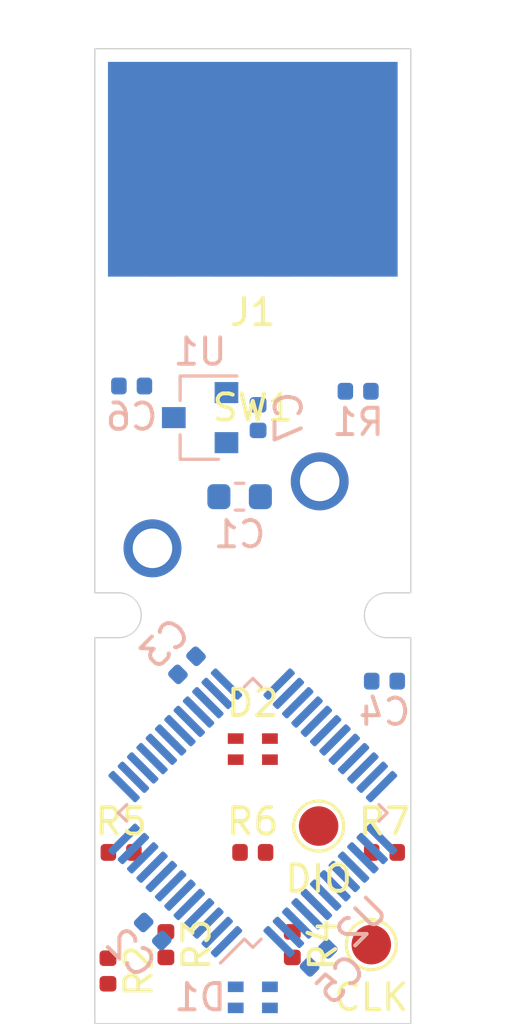
<source format=kicad_pcb>
(kicad_pcb (version 20171130) (host pcbnew 5.1.6)

  (general
    (thickness 1.6)
    (drawings 14)
    (tracks 0)
    (zones 0)
    (modules 22)
    (nets 48)
  )

  (page A4)
  (layers
    (0 F.Cu signal)
    (31 B.Cu signal)
    (32 B.Adhes user)
    (33 F.Adhes user)
    (34 B.Paste user)
    (35 F.Paste user)
    (36 B.SilkS user)
    (37 F.SilkS user)
    (38 B.Mask user)
    (39 F.Mask user)
    (40 Dwgs.User user)
    (41 Cmts.User user)
    (42 Eco1.User user)
    (43 Eco2.User user)
    (44 Edge.Cuts user)
    (45 Margin user)
    (46 B.CrtYd user)
    (47 F.CrtYd user)
    (48 B.Fab user)
    (49 F.Fab user)
  )

  (setup
    (last_trace_width 0.2)
    (trace_clearance 0.2)
    (zone_clearance 0.508)
    (zone_45_only no)
    (trace_min 0.2)
    (via_size 0.6)
    (via_drill 0.3)
    (via_min_size 0.6)
    (via_min_drill 0.3)
    (uvia_size 0.3)
    (uvia_drill 0.1)
    (uvias_allowed no)
    (uvia_min_size 0.2)
    (uvia_min_drill 0.1)
    (edge_width 0.05)
    (segment_width 0.2)
    (pcb_text_width 0.3)
    (pcb_text_size 1.5 1.5)
    (mod_edge_width 0.12)
    (mod_text_size 1 1)
    (mod_text_width 0.15)
    (pad_size 1.524 1.524)
    (pad_drill 0.762)
    (pad_to_mask_clearance 0.05)
    (aux_axis_origin 0 0)
    (visible_elements FFFFF77F)
    (pcbplotparams
      (layerselection 0x010fc_ffffffff)
      (usegerberextensions false)
      (usegerberattributes true)
      (usegerberadvancedattributes true)
      (creategerberjobfile true)
      (excludeedgelayer true)
      (linewidth 0.100000)
      (plotframeref false)
      (viasonmask false)
      (mode 1)
      (useauxorigin false)
      (hpglpennumber 1)
      (hpglpenspeed 20)
      (hpglpendiameter 15.000000)
      (psnegative false)
      (psa4output false)
      (plotreference true)
      (plotvalue true)
      (plotinvisibletext false)
      (padsonsilk false)
      (subtractmaskfromsilk false)
      (outputformat 1)
      (mirror false)
      (drillshape 1)
      (scaleselection 1)
      (outputdirectory ""))
  )

  (net 0 "")
  (net 1 GND)
  (net 2 +3V3)
  (net 3 VBUS)
  (net 4 "Net-(D1-Pad4)")
  (net 5 "Net-(D1-Pad3)")
  (net 6 "Net-(D1-Pad1)")
  (net 7 "Net-(D2-Pad4)")
  (net 8 "Net-(D2-Pad3)")
  (net 9 "Net-(D2-Pad1)")
  (net 10 /D+)
  (net 11 /D-)
  (net 12 /BTN1)
  (net 13 /LED1_R)
  (net 14 /LED1_G)
  (net 15 /LED1_B)
  (net 16 /LED2_R)
  (net 17 /LED2_G)
  (net 18 /LED2_B)
  (net 19 /SWDIO)
  (net 20 /SWCLK)
  (net 21 "Net-(U2-Pad46)")
  (net 22 "Net-(U2-Pad45)")
  (net 23 "Net-(U2-Pad43)")
  (net 24 "Net-(U2-Pad42)")
  (net 25 "Net-(U2-Pad40)")
  (net 26 "Net-(U2-Pad39)")
  (net 27 "Net-(U2-Pad38)")
  (net 28 "Net-(U2-Pad31)")
  (net 29 "Net-(U2-Pad30)")
  (net 30 "Net-(U2-Pad29)")
  (net 31 "Net-(U2-Pad28)")
  (net 32 "Net-(U2-Pad27)")
  (net 33 "Net-(U2-Pad26)")
  (net 34 "Net-(U2-Pad25)")
  (net 35 "Net-(U2-Pad22)")
  (net 36 "Net-(U2-Pad21)")
  (net 37 "Net-(U2-Pad20)")
  (net 38 "Net-(U2-Pad17)")
  (net 39 "Net-(U2-Pad16)")
  (net 40 "Net-(U2-Pad15)")
  (net 41 "Net-(U2-Pad14)")
  (net 42 "Net-(U2-Pad7)")
  (net 43 "Net-(U2-Pad6)")
  (net 44 "Net-(U2-Pad5)")
  (net 45 "Net-(U2-Pad4)")
  (net 46 "Net-(U2-Pad3)")
  (net 47 "Net-(U2-Pad2)")

  (net_class Default "This is the default net class."
    (clearance 0.2)
    (trace_width 0.2)
    (via_dia 0.6)
    (via_drill 0.3)
    (uvia_dia 0.3)
    (uvia_drill 0.1)
    (add_net +3V3)
    (add_net /BTN1)
    (add_net /D+)
    (add_net /D-)
    (add_net /LED1_B)
    (add_net /LED1_G)
    (add_net /LED1_R)
    (add_net /LED2_B)
    (add_net /LED2_G)
    (add_net /LED2_R)
    (add_net /SWCLK)
    (add_net /SWDIO)
    (add_net GND)
    (add_net "Net-(D1-Pad1)")
    (add_net "Net-(D1-Pad3)")
    (add_net "Net-(D1-Pad4)")
    (add_net "Net-(D2-Pad1)")
    (add_net "Net-(D2-Pad3)")
    (add_net "Net-(D2-Pad4)")
    (add_net "Net-(U2-Pad14)")
    (add_net "Net-(U2-Pad15)")
    (add_net "Net-(U2-Pad16)")
    (add_net "Net-(U2-Pad17)")
    (add_net "Net-(U2-Pad2)")
    (add_net "Net-(U2-Pad20)")
    (add_net "Net-(U2-Pad21)")
    (add_net "Net-(U2-Pad22)")
    (add_net "Net-(U2-Pad25)")
    (add_net "Net-(U2-Pad26)")
    (add_net "Net-(U2-Pad27)")
    (add_net "Net-(U2-Pad28)")
    (add_net "Net-(U2-Pad29)")
    (add_net "Net-(U2-Pad3)")
    (add_net "Net-(U2-Pad30)")
    (add_net "Net-(U2-Pad31)")
    (add_net "Net-(U2-Pad38)")
    (add_net "Net-(U2-Pad39)")
    (add_net "Net-(U2-Pad4)")
    (add_net "Net-(U2-Pad40)")
    (add_net "Net-(U2-Pad42)")
    (add_net "Net-(U2-Pad43)")
    (add_net "Net-(U2-Pad45)")
    (add_net "Net-(U2-Pad46)")
    (add_net "Net-(U2-Pad5)")
    (add_net "Net-(U2-Pad6)")
    (add_net "Net-(U2-Pad7)")
    (add_net VBUS)
  )

  (module TestPoint:TestPoint_Pad_D1.5mm (layer F.Cu) (tedit 5A0F774F) (tstamp 5F92A952)
    (at 154.5 84 180)
    (descr "SMD pad as test Point, diameter 1.5mm")
    (tags "test point SMD pad")
    (path /5FCB2854)
    (attr virtual)
    (fp_text reference TP2 (at 0 -1.648) (layer F.SilkS) hide
      (effects (font (size 1 1) (thickness 0.15)))
    )
    (fp_text value SWCLK (at 0 1.75) (layer F.Fab)
      (effects (font (size 1 1) (thickness 0.15)))
    )
    (fp_text user %R (at 0 -1.65) (layer F.Fab)
      (effects (font (size 1 1) (thickness 0.15)))
    )
    (fp_circle (center 0 0) (end 1.25 0) (layer F.CrtYd) (width 0.05))
    (fp_circle (center 0 0) (end 0 0.95) (layer F.SilkS) (width 0.12))
    (pad 1 smd circle (at 0 0 180) (size 1.5 1.5) (layers F.Cu F.Mask)
      (net 20 /SWCLK))
  )

  (module TestPoint:TestPoint_Pad_D1.5mm (layer F.Cu) (tedit 5A0F774F) (tstamp 5F92A94A)
    (at 152.5 79.5 180)
    (descr "SMD pad as test Point, diameter 1.5mm")
    (tags "test point SMD pad")
    (path /5FCAA338)
    (attr virtual)
    (fp_text reference TP1 (at 0 -1.648) (layer F.SilkS) hide
      (effects (font (size 1 1) (thickness 0.15)))
    )
    (fp_text value SWDIO (at 0 1.75) (layer F.Fab)
      (effects (font (size 1 1) (thickness 0.15)))
    )
    (fp_text user %R (at 0 -1.65) (layer F.Fab)
      (effects (font (size 1 1) (thickness 0.15)))
    )
    (fp_circle (center 0 0) (end 1.25 0) (layer F.CrtYd) (width 0.05))
    (fp_circle (center 0 0) (end 0 0.95) (layer F.SilkS) (width 0.12))
    (pad 1 smd circle (at 0 0 180) (size 1.5 1.5) (layers F.Cu F.Mask)
      (net 19 /SWDIO))
  )

  (module Capacitor_SMD:C_0402_1005Metric (layer B.Cu) (tedit 5F947204) (tstamp 5F948C07)
    (at 155 74 180)
    (descr "Capacitor SMD 0402 (1005 Metric), square (rectangular) end terminal, IPC_7351 nominal, (Body size source: http://www.tortai-tech.com/upload/download/2011102023233369053.pdf), generated with kicad-footprint-generator")
    (tags capacitor)
    (path /5F892CC5)
    (attr smd)
    (fp_text reference C4 (at 0 -1.17 180) (layer B.SilkS)
      (effects (font (size 1 1) (thickness 0.15)) (justify mirror))
    )
    (fp_text value 100n (at 0 1.17 180) (layer B.Fab)
      (effects (font (size 1 1) (thickness 0.15)) (justify mirror))
    )
    (fp_line (start 0.93 -0.47) (end -0.93 -0.47) (layer B.CrtYd) (width 0.05))
    (fp_line (start 0.93 0.47) (end 0.93 -0.47) (layer B.CrtYd) (width 0.05))
    (fp_line (start -0.93 0.47) (end 0.93 0.47) (layer B.CrtYd) (width 0.05))
    (fp_line (start -0.93 -0.47) (end -0.93 0.47) (layer B.CrtYd) (width 0.05))
    (fp_line (start 0.5 -0.25) (end -0.5 -0.25) (layer B.Fab) (width 0.1))
    (fp_line (start 0.5 0.25) (end 0.5 -0.25) (layer B.Fab) (width 0.1))
    (fp_line (start -0.5 0.25) (end 0.5 0.25) (layer B.Fab) (width 0.1))
    (fp_line (start -0.5 -0.25) (end -0.5 0.25) (layer B.Fab) (width 0.1))
    (fp_text user %R (at 0 0 180) (layer B.Fab)
      (effects (font (size 0.25 0.25) (thickness 0.04)) (justify mirror))
    )
    (pad 2 smd roundrect (at 0.485 0 180) (size 0.59 0.64) (layers B.Cu B.Paste B.Mask) (roundrect_rratio 0.25)
      (net 1 GND))
    (pad 1 smd roundrect (at -0.485 0 180) (size 0.59 0.64) (layers B.Cu B.Paste B.Mask) (roundrect_rratio 0.25)
      (net 2 +3V3))
    (model ${KISYS3DMOD}/Capacitor_SMD.3dshapes/C_0402_1005Metric.wrl
      (at (xyz 0 0 0))
      (scale (xyz 1 1 1))
      (rotate (xyz 0 0 0))
    )
  )

  (module Button_Switch_Keyboard:SW_Cherry_MX_1.00u_PCB (layer F.Cu) (tedit 5F944CC9) (tstamp 5F92DCF2)
    (at 152.54 66.42)
    (descr "Cherry MX keyswitch, 1.00u, PCB mount, http://cherryamericas.com/wp-content/uploads/2014/12/mx_cat.pdf")
    (tags "Cherry MX keyswitch 1.00u PCB")
    (path /5F925207)
    (fp_text reference SW1 (at -2.54 -2.794) (layer F.SilkS)
      (effects (font (size 1 1) (thickness 0.15)))
    )
    (fp_text value MXxx-xxxx (at -2.54 12.954) (layer F.Fab)
      (effects (font (size 1 1) (thickness 0.15)))
    )
    (fp_line (start -8.89 -1.27) (end 3.81 -1.27) (layer F.Fab) (width 0.1))
    (fp_line (start 3.81 -1.27) (end 3.81 11.43) (layer F.Fab) (width 0.1))
    (fp_line (start 3.81 11.43) (end -8.89 11.43) (layer F.Fab) (width 0.1))
    (fp_line (start -8.89 11.43) (end -8.89 -1.27) (layer F.Fab) (width 0.1))
    (fp_line (start -9.14 11.68) (end -9.14 -1.52) (layer F.CrtYd) (width 0.05))
    (fp_line (start 4.06 11.68) (end -9.14 11.68) (layer F.CrtYd) (width 0.05))
    (fp_line (start 4.06 -1.52) (end 4.06 11.68) (layer F.CrtYd) (width 0.05))
    (fp_line (start -9.14 -1.52) (end 4.06 -1.52) (layer F.CrtYd) (width 0.05))
    (fp_line (start -12.065 -4.445) (end 6.985 -4.445) (layer Dwgs.User) (width 0.15))
    (fp_line (start 6.985 -4.445) (end 6.985 14.605) (layer Dwgs.User) (width 0.15))
    (fp_line (start 6.985 14.605) (end -12.065 14.605) (layer Dwgs.User) (width 0.15))
    (fp_line (start -12.065 14.605) (end -12.065 -4.445) (layer Dwgs.User) (width 0.15))
    (fp_text user %R (at -2.54 -2.794) (layer F.Fab)
      (effects (font (size 1 1) (thickness 0.15)))
    )
    (pad "" np_thru_hole circle (at -2.54 5.08) (size 4 4) (drill 4) (layers *.Cu *.Mask))
    (pad 2 thru_hole circle (at -6.35 2.54) (size 2.2 2.2) (drill 1.5) (layers *.Cu *.Mask)
      (net 2 +3V3))
    (pad 1 thru_hole circle (at 0 0) (size 2.2 2.2) (drill 1.5) (layers *.Cu *.Mask)
      (net 12 /BTN1))
    (model ${KISYS3DMOD}/Button_Switch_Keyboard.3dshapes/SW_Cherry_MX_1.00u_PCB.wrl
      (at (xyz 0 0 0))
      (scale (xyz 1 1 1))
      (rotate (xyz 0 0 0))
    )
  )

  (module Capacitor_SMD:C_0402_1005Metric (layer B.Cu) (tedit 5B301BBE) (tstamp 5F92C15E)
    (at 145.4 62.8)
    (descr "Capacitor SMD 0402 (1005 Metric), square (rectangular) end terminal, IPC_7351 nominal, (Body size source: http://www.tortai-tech.com/upload/download/2011102023233369053.pdf), generated with kicad-footprint-generator")
    (tags capacitor)
    (path /5F93753A)
    (attr smd)
    (fp_text reference C6 (at 0 1.17) (layer B.SilkS)
      (effects (font (size 1 1) (thickness 0.15)) (justify mirror))
    )
    (fp_text value 1u (at 0 -1.17) (layer B.Fab)
      (effects (font (size 1 1) (thickness 0.15)) (justify mirror))
    )
    (fp_line (start 0.93 -0.47) (end -0.93 -0.47) (layer B.CrtYd) (width 0.05))
    (fp_line (start 0.93 0.47) (end 0.93 -0.47) (layer B.CrtYd) (width 0.05))
    (fp_line (start -0.93 0.47) (end 0.93 0.47) (layer B.CrtYd) (width 0.05))
    (fp_line (start -0.93 -0.47) (end -0.93 0.47) (layer B.CrtYd) (width 0.05))
    (fp_line (start 0.5 -0.25) (end -0.5 -0.25) (layer B.Fab) (width 0.1))
    (fp_line (start 0.5 0.25) (end 0.5 -0.25) (layer B.Fab) (width 0.1))
    (fp_line (start -0.5 0.25) (end 0.5 0.25) (layer B.Fab) (width 0.1))
    (fp_line (start -0.5 -0.25) (end -0.5 0.25) (layer B.Fab) (width 0.1))
    (fp_text user %R (at 0 0) (layer B.Fab)
      (effects (font (size 0.25 0.25) (thickness 0.04)) (justify mirror))
    )
    (pad 2 smd roundrect (at 0.485 0) (size 0.59 0.64) (layers B.Cu B.Paste B.Mask) (roundrect_rratio 0.25)
      (net 1 GND))
    (pad 1 smd roundrect (at -0.485 0) (size 0.59 0.64) (layers B.Cu B.Paste B.Mask) (roundrect_rratio 0.25)
      (net 3 VBUS))
    (model ${KISYS3DMOD}/Capacitor_SMD.3dshapes/C_0402_1005Metric.wrl
      (at (xyz 0 0 0))
      (scale (xyz 1 1 1))
      (rotate (xyz 0 0 0))
    )
  )

  (module Package_QFP:LQFP-48_7x7mm_P0.5mm (layer B.Cu) (tedit 5D9F72AF) (tstamp 5F92E9DF)
    (at 150 79 45)
    (descr "LQFP, 48 Pin (https://www.analog.com/media/en/technical-documentation/data-sheets/ltc2358-16.pdf), generated with kicad-footprint-generator ipc_gullwing_generator.py")
    (tags "LQFP QFP")
    (path /5F878F8D)
    (attr smd)
    (fp_text reference U2 (at 0 5.85 45) (layer B.SilkS)
      (effects (font (size 1 1) (thickness 0.15)) (justify mirror))
    )
    (fp_text value STM32F072CBT6 (at 0 -5.85 45) (layer B.Fab)
      (effects (font (size 1 1) (thickness 0.15)) (justify mirror))
    )
    (fp_line (start 5.15 -3.15) (end 5.15 0) (layer B.CrtYd) (width 0.05))
    (fp_line (start 3.75 -3.15) (end 5.15 -3.15) (layer B.CrtYd) (width 0.05))
    (fp_line (start 3.75 -3.75) (end 3.75 -3.15) (layer B.CrtYd) (width 0.05))
    (fp_line (start 3.15 -3.75) (end 3.75 -3.75) (layer B.CrtYd) (width 0.05))
    (fp_line (start 3.15 -5.15) (end 3.15 -3.75) (layer B.CrtYd) (width 0.05))
    (fp_line (start 0 -5.15) (end 3.15 -5.15) (layer B.CrtYd) (width 0.05))
    (fp_line (start -5.15 -3.15) (end -5.15 0) (layer B.CrtYd) (width 0.05))
    (fp_line (start -3.75 -3.15) (end -5.15 -3.15) (layer B.CrtYd) (width 0.05))
    (fp_line (start -3.75 -3.75) (end -3.75 -3.15) (layer B.CrtYd) (width 0.05))
    (fp_line (start -3.15 -3.75) (end -3.75 -3.75) (layer B.CrtYd) (width 0.05))
    (fp_line (start -3.15 -5.15) (end -3.15 -3.75) (layer B.CrtYd) (width 0.05))
    (fp_line (start 0 -5.15) (end -3.15 -5.15) (layer B.CrtYd) (width 0.05))
    (fp_line (start 5.15 3.15) (end 5.15 0) (layer B.CrtYd) (width 0.05))
    (fp_line (start 3.75 3.15) (end 5.15 3.15) (layer B.CrtYd) (width 0.05))
    (fp_line (start 3.75 3.75) (end 3.75 3.15) (layer B.CrtYd) (width 0.05))
    (fp_line (start 3.15 3.75) (end 3.75 3.75) (layer B.CrtYd) (width 0.05))
    (fp_line (start 3.15 5.15) (end 3.15 3.75) (layer B.CrtYd) (width 0.05))
    (fp_line (start 0 5.15) (end 3.15 5.15) (layer B.CrtYd) (width 0.05))
    (fp_line (start -5.15 3.15) (end -5.15 0) (layer B.CrtYd) (width 0.05))
    (fp_line (start -3.75 3.15) (end -5.15 3.15) (layer B.CrtYd) (width 0.05))
    (fp_line (start -3.75 3.75) (end -3.75 3.15) (layer B.CrtYd) (width 0.05))
    (fp_line (start -3.15 3.75) (end -3.75 3.75) (layer B.CrtYd) (width 0.05))
    (fp_line (start -3.15 5.15) (end -3.15 3.75) (layer B.CrtYd) (width 0.05))
    (fp_line (start 0 5.15) (end -3.15 5.15) (layer B.CrtYd) (width 0.05))
    (fp_line (start -3.5 2.5) (end -2.5 3.5) (layer B.Fab) (width 0.1))
    (fp_line (start -3.5 -3.5) (end -3.5 2.5) (layer B.Fab) (width 0.1))
    (fp_line (start 3.5 -3.5) (end -3.5 -3.5) (layer B.Fab) (width 0.1))
    (fp_line (start 3.5 3.5) (end 3.5 -3.5) (layer B.Fab) (width 0.1))
    (fp_line (start -2.5 3.5) (end 3.5 3.5) (layer B.Fab) (width 0.1))
    (fp_line (start -3.61 3.16) (end -4.9 3.16) (layer B.SilkS) (width 0.12))
    (fp_line (start -3.61 3.61) (end -3.61 3.16) (layer B.SilkS) (width 0.12))
    (fp_line (start -3.16 3.61) (end -3.61 3.61) (layer B.SilkS) (width 0.12))
    (fp_line (start 3.61 3.61) (end 3.61 3.16) (layer B.SilkS) (width 0.12))
    (fp_line (start 3.16 3.61) (end 3.61 3.61) (layer B.SilkS) (width 0.12))
    (fp_line (start -3.61 -3.61) (end -3.61 -3.16) (layer B.SilkS) (width 0.12))
    (fp_line (start -3.16 -3.61) (end -3.61 -3.61) (layer B.SilkS) (width 0.12))
    (fp_line (start 3.61 -3.61) (end 3.61 -3.16) (layer B.SilkS) (width 0.12))
    (fp_line (start 3.16 -3.61) (end 3.61 -3.61) (layer B.SilkS) (width 0.12))
    (fp_text user %R (at 0 0 45) (layer B.Fab)
      (effects (font (size 1 1) (thickness 0.15)) (justify mirror))
    )
    (pad 48 smd roundrect (at -2.75 4.1625 45) (size 0.3 1.475) (layers B.Cu B.Paste B.Mask) (roundrect_rratio 0.25)
      (net 2 +3V3))
    (pad 47 smd roundrect (at -2.25 4.1625 45) (size 0.3 1.475) (layers B.Cu B.Paste B.Mask) (roundrect_rratio 0.25)
      (net 1 GND))
    (pad 46 smd roundrect (at -1.75 4.1625 45) (size 0.3 1.475) (layers B.Cu B.Paste B.Mask) (roundrect_rratio 0.25)
      (net 21 "Net-(U2-Pad46)"))
    (pad 45 smd roundrect (at -1.25 4.1625 45) (size 0.3 1.475) (layers B.Cu B.Paste B.Mask) (roundrect_rratio 0.25)
      (net 22 "Net-(U2-Pad45)"))
    (pad 44 smd roundrect (at -0.75 4.1625 45) (size 0.3 1.475) (layers B.Cu B.Paste B.Mask) (roundrect_rratio 0.25)
      (net 12 /BTN1))
    (pad 43 smd roundrect (at -0.25 4.1625 45) (size 0.3 1.475) (layers B.Cu B.Paste B.Mask) (roundrect_rratio 0.25)
      (net 23 "Net-(U2-Pad43)"))
    (pad 42 smd roundrect (at 0.25 4.1625 45) (size 0.3 1.475) (layers B.Cu B.Paste B.Mask) (roundrect_rratio 0.25)
      (net 24 "Net-(U2-Pad42)"))
    (pad 41 smd roundrect (at 0.75 4.1625 45) (size 0.3 1.475) (layers B.Cu B.Paste B.Mask) (roundrect_rratio 0.25)
      (net 18 /LED2_B))
    (pad 40 smd roundrect (at 1.25 4.1625 45) (size 0.3 1.475) (layers B.Cu B.Paste B.Mask) (roundrect_rratio 0.25)
      (net 25 "Net-(U2-Pad40)"))
    (pad 39 smd roundrect (at 1.75 4.1625 45) (size 0.3 1.475) (layers B.Cu B.Paste B.Mask) (roundrect_rratio 0.25)
      (net 26 "Net-(U2-Pad39)"))
    (pad 38 smd roundrect (at 2.25 4.1625 45) (size 0.3 1.475) (layers B.Cu B.Paste B.Mask) (roundrect_rratio 0.25)
      (net 27 "Net-(U2-Pad38)"))
    (pad 37 smd roundrect (at 2.75 4.1625 45) (size 0.3 1.475) (layers B.Cu B.Paste B.Mask) (roundrect_rratio 0.25)
      (net 20 /SWCLK))
    (pad 36 smd roundrect (at 4.1625 2.75 45) (size 1.475 0.3) (layers B.Cu B.Paste B.Mask) (roundrect_rratio 0.25)
      (net 2 +3V3))
    (pad 35 smd roundrect (at 4.1625 2.25 45) (size 1.475 0.3) (layers B.Cu B.Paste B.Mask) (roundrect_rratio 0.25)
      (net 1 GND))
    (pad 34 smd roundrect (at 4.1625 1.75 45) (size 1.475 0.3) (layers B.Cu B.Paste B.Mask) (roundrect_rratio 0.25)
      (net 19 /SWDIO))
    (pad 33 smd roundrect (at 4.1625 1.25 45) (size 1.475 0.3) (layers B.Cu B.Paste B.Mask) (roundrect_rratio 0.25)
      (net 10 /D+))
    (pad 32 smd roundrect (at 4.1625 0.75 45) (size 1.475 0.3) (layers B.Cu B.Paste B.Mask) (roundrect_rratio 0.25)
      (net 11 /D-))
    (pad 31 smd roundrect (at 4.1625 0.25 45) (size 1.475 0.3) (layers B.Cu B.Paste B.Mask) (roundrect_rratio 0.25)
      (net 28 "Net-(U2-Pad31)"))
    (pad 30 smd roundrect (at 4.1625 -0.25 45) (size 1.475 0.3) (layers B.Cu B.Paste B.Mask) (roundrect_rratio 0.25)
      (net 29 "Net-(U2-Pad30)"))
    (pad 29 smd roundrect (at 4.1625 -0.75 45) (size 1.475 0.3) (layers B.Cu B.Paste B.Mask) (roundrect_rratio 0.25)
      (net 30 "Net-(U2-Pad29)"))
    (pad 28 smd roundrect (at 4.1625 -1.25 45) (size 1.475 0.3) (layers B.Cu B.Paste B.Mask) (roundrect_rratio 0.25)
      (net 31 "Net-(U2-Pad28)"))
    (pad 27 smd roundrect (at 4.1625 -1.75 45) (size 1.475 0.3) (layers B.Cu B.Paste B.Mask) (roundrect_rratio 0.25)
      (net 32 "Net-(U2-Pad27)"))
    (pad 26 smd roundrect (at 4.1625 -2.25 45) (size 1.475 0.3) (layers B.Cu B.Paste B.Mask) (roundrect_rratio 0.25)
      (net 33 "Net-(U2-Pad26)"))
    (pad 25 smd roundrect (at 4.1625 -2.75 45) (size 1.475 0.3) (layers B.Cu B.Paste B.Mask) (roundrect_rratio 0.25)
      (net 34 "Net-(U2-Pad25)"))
    (pad 24 smd roundrect (at 2.75 -4.1625 45) (size 0.3 1.475) (layers B.Cu B.Paste B.Mask) (roundrect_rratio 0.25)
      (net 2 +3V3))
    (pad 23 smd roundrect (at 2.25 -4.1625 45) (size 0.3 1.475) (layers B.Cu B.Paste B.Mask) (roundrect_rratio 0.25)
      (net 1 GND))
    (pad 22 smd roundrect (at 1.75 -4.1625 45) (size 0.3 1.475) (layers B.Cu B.Paste B.Mask) (roundrect_rratio 0.25)
      (net 35 "Net-(U2-Pad22)"))
    (pad 21 smd roundrect (at 1.25 -4.1625 45) (size 0.3 1.475) (layers B.Cu B.Paste B.Mask) (roundrect_rratio 0.25)
      (net 36 "Net-(U2-Pad21)"))
    (pad 20 smd roundrect (at 0.75 -4.1625 45) (size 0.3 1.475) (layers B.Cu B.Paste B.Mask) (roundrect_rratio 0.25)
      (net 37 "Net-(U2-Pad20)"))
    (pad 19 smd roundrect (at 0.25 -4.1625 45) (size 0.3 1.475) (layers B.Cu B.Paste B.Mask) (roundrect_rratio 0.25)
      (net 16 /LED2_R))
    (pad 18 smd roundrect (at -0.25 -4.1625 45) (size 0.3 1.475) (layers B.Cu B.Paste B.Mask) (roundrect_rratio 0.25)
      (net 17 /LED2_G))
    (pad 17 smd roundrect (at -0.75 -4.1625 45) (size 0.3 1.475) (layers B.Cu B.Paste B.Mask) (roundrect_rratio 0.25)
      (net 38 "Net-(U2-Pad17)"))
    (pad 16 smd roundrect (at -1.25 -4.1625 45) (size 0.3 1.475) (layers B.Cu B.Paste B.Mask) (roundrect_rratio 0.25)
      (net 39 "Net-(U2-Pad16)"))
    (pad 15 smd roundrect (at -1.75 -4.1625 45) (size 0.3 1.475) (layers B.Cu B.Paste B.Mask) (roundrect_rratio 0.25)
      (net 40 "Net-(U2-Pad15)"))
    (pad 14 smd roundrect (at -2.25 -4.1625 45) (size 0.3 1.475) (layers B.Cu B.Paste B.Mask) (roundrect_rratio 0.25)
      (net 41 "Net-(U2-Pad14)"))
    (pad 13 smd roundrect (at -2.75 -4.1625 45) (size 0.3 1.475) (layers B.Cu B.Paste B.Mask) (roundrect_rratio 0.25)
      (net 12 /BTN1))
    (pad 12 smd roundrect (at -4.1625 -2.75 45) (size 1.475 0.3) (layers B.Cu B.Paste B.Mask) (roundrect_rratio 0.25)
      (net 13 /LED1_R))
    (pad 11 smd roundrect (at -4.1625 -2.25 45) (size 1.475 0.3) (layers B.Cu B.Paste B.Mask) (roundrect_rratio 0.25)
      (net 14 /LED1_G))
    (pad 10 smd roundrect (at -4.1625 -1.75 45) (size 1.475 0.3) (layers B.Cu B.Paste B.Mask) (roundrect_rratio 0.25)
      (net 15 /LED1_B))
    (pad 9 smd roundrect (at -4.1625 -1.25 45) (size 1.475 0.3) (layers B.Cu B.Paste B.Mask) (roundrect_rratio 0.25)
      (net 2 +3V3))
    (pad 8 smd roundrect (at -4.1625 -0.75 45) (size 1.475 0.3) (layers B.Cu B.Paste B.Mask) (roundrect_rratio 0.25)
      (net 1 GND))
    (pad 7 smd roundrect (at -4.1625 -0.25 45) (size 1.475 0.3) (layers B.Cu B.Paste B.Mask) (roundrect_rratio 0.25)
      (net 42 "Net-(U2-Pad7)"))
    (pad 6 smd roundrect (at -4.1625 0.25 45) (size 1.475 0.3) (layers B.Cu B.Paste B.Mask) (roundrect_rratio 0.25)
      (net 43 "Net-(U2-Pad6)"))
    (pad 5 smd roundrect (at -4.1625 0.75 45) (size 1.475 0.3) (layers B.Cu B.Paste B.Mask) (roundrect_rratio 0.25)
      (net 44 "Net-(U2-Pad5)"))
    (pad 4 smd roundrect (at -4.1625 1.25 45) (size 1.475 0.3) (layers B.Cu B.Paste B.Mask) (roundrect_rratio 0.25)
      (net 45 "Net-(U2-Pad4)"))
    (pad 3 smd roundrect (at -4.1625 1.75 45) (size 1.475 0.3) (layers B.Cu B.Paste B.Mask) (roundrect_rratio 0.25)
      (net 46 "Net-(U2-Pad3)"))
    (pad 2 smd roundrect (at -4.1625 2.25 45) (size 1.475 0.3) (layers B.Cu B.Paste B.Mask) (roundrect_rratio 0.25)
      (net 47 "Net-(U2-Pad2)"))
    (pad 1 smd roundrect (at -4.1625 2.75 45) (size 1.475 0.3) (layers B.Cu B.Paste B.Mask) (roundrect_rratio 0.25)
      (net 2 +3V3))
    (model ${KISYS3DMOD}/Package_QFP.3dshapes/LQFP-48_7x7mm_P0.5mm.wrl
      (at (xyz 0 0 0))
      (scale (xyz 1 1 1))
      (rotate (xyz 0 0 0))
    )
  )

  (module Package_TO_SOT_SMD:SOT-23 (layer B.Cu) (tedit 5A02FF57) (tstamp 5F92B4F1)
    (at 148 64 180)
    (descr "SOT-23, Standard")
    (tags SOT-23)
    (path /5FA01775)
    (attr smd)
    (fp_text reference U1 (at 0 2.5) (layer B.SilkS)
      (effects (font (size 1 1) (thickness 0.15)) (justify mirror))
    )
    (fp_text value XC6206P332MR (at 0 -2.5) (layer B.Fab)
      (effects (font (size 1 1) (thickness 0.15)) (justify mirror))
    )
    (fp_line (start -0.7 0.95) (end -0.7 -1.5) (layer B.Fab) (width 0.1))
    (fp_line (start -0.15 1.52) (end 0.7 1.52) (layer B.Fab) (width 0.1))
    (fp_line (start -0.7 0.95) (end -0.15 1.52) (layer B.Fab) (width 0.1))
    (fp_line (start 0.7 1.52) (end 0.7 -1.52) (layer B.Fab) (width 0.1))
    (fp_line (start -0.7 -1.52) (end 0.7 -1.52) (layer B.Fab) (width 0.1))
    (fp_line (start 0.76 -1.58) (end 0.76 -0.65) (layer B.SilkS) (width 0.12))
    (fp_line (start 0.76 1.58) (end 0.76 0.65) (layer B.SilkS) (width 0.12))
    (fp_line (start -1.7 1.75) (end 1.7 1.75) (layer B.CrtYd) (width 0.05))
    (fp_line (start 1.7 1.75) (end 1.7 -1.75) (layer B.CrtYd) (width 0.05))
    (fp_line (start 1.7 -1.75) (end -1.7 -1.75) (layer B.CrtYd) (width 0.05))
    (fp_line (start -1.7 -1.75) (end -1.7 1.75) (layer B.CrtYd) (width 0.05))
    (fp_line (start 0.76 1.58) (end -1.4 1.58) (layer B.SilkS) (width 0.12))
    (fp_line (start 0.76 -1.58) (end -0.7 -1.58) (layer B.SilkS) (width 0.12))
    (fp_text user %R (at 0 0 -90) (layer B.Fab)
      (effects (font (size 0.5 0.5) (thickness 0.075)) (justify mirror))
    )
    (pad 1 smd rect (at -1 0.95 180) (size 0.9 0.8) (layers B.Cu B.Paste B.Mask)
      (net 1 GND))
    (pad 2 smd rect (at -1 -0.95 180) (size 0.9 0.8) (layers B.Cu B.Paste B.Mask)
      (net 2 +3V3))
    (pad 3 smd rect (at 1 0 180) (size 0.9 0.8) (layers B.Cu B.Paste B.Mask)
      (net 3 VBUS))
    (model ${KISYS3DMOD}/Package_TO_SOT_SMD.3dshapes/SOT-23.wrl
      (at (xyz 0 0 0))
      (scale (xyz 1 1 1))
      (rotate (xyz 0 0 0))
    )
  )

  (module Resistor_SMD:R_0402_1005Metric (layer F.Cu) (tedit 5B301BBD) (tstamp 5F94E3FE)
    (at 155 80.5)
    (descr "Resistor SMD 0402 (1005 Metric), square (rectangular) end terminal, IPC_7351 nominal, (Body size source: http://www.tortai-tech.com/upload/download/2011102023233369053.pdf), generated with kicad-footprint-generator")
    (tags resistor)
    (path /5FDA0D19)
    (attr smd)
    (fp_text reference R7 (at 0 -1.17) (layer F.SilkS)
      (effects (font (size 1 1) (thickness 0.15)))
    )
    (fp_text value 1k (at 0 1.17) (layer F.Fab)
      (effects (font (size 1 1) (thickness 0.15)))
    )
    (fp_line (start 0.93 0.47) (end -0.93 0.47) (layer F.CrtYd) (width 0.05))
    (fp_line (start 0.93 -0.47) (end 0.93 0.47) (layer F.CrtYd) (width 0.05))
    (fp_line (start -0.93 -0.47) (end 0.93 -0.47) (layer F.CrtYd) (width 0.05))
    (fp_line (start -0.93 0.47) (end -0.93 -0.47) (layer F.CrtYd) (width 0.05))
    (fp_line (start 0.5 0.25) (end -0.5 0.25) (layer F.Fab) (width 0.1))
    (fp_line (start 0.5 -0.25) (end 0.5 0.25) (layer F.Fab) (width 0.1))
    (fp_line (start -0.5 -0.25) (end 0.5 -0.25) (layer F.Fab) (width 0.1))
    (fp_line (start -0.5 0.25) (end -0.5 -0.25) (layer F.Fab) (width 0.1))
    (fp_text user %R (at 0 0) (layer F.Fab)
      (effects (font (size 0.25 0.25) (thickness 0.04)))
    )
    (pad 2 smd roundrect (at 0.485 0) (size 0.59 0.64) (layers F.Cu F.Paste F.Mask) (roundrect_rratio 0.25)
      (net 8 "Net-(D2-Pad3)"))
    (pad 1 smd roundrect (at -0.485 0) (size 0.59 0.64) (layers F.Cu F.Paste F.Mask) (roundrect_rratio 0.25)
      (net 18 /LED2_B))
    (model ${KISYS3DMOD}/Resistor_SMD.3dshapes/R_0402_1005Metric.wrl
      (at (xyz 0 0 0))
      (scale (xyz 1 1 1))
      (rotate (xyz 0 0 0))
    )
  )

  (module Resistor_SMD:R_0402_1005Metric (layer F.Cu) (tedit 5B301BBD) (tstamp 5F94DEF7)
    (at 150 80.5)
    (descr "Resistor SMD 0402 (1005 Metric), square (rectangular) end terminal, IPC_7351 nominal, (Body size source: http://www.tortai-tech.com/upload/download/2011102023233369053.pdf), generated with kicad-footprint-generator")
    (tags resistor)
    (path /5FDA00DF)
    (attr smd)
    (fp_text reference R6 (at 0 -1.17) (layer F.SilkS)
      (effects (font (size 1 1) (thickness 0.15)))
    )
    (fp_text value 1k (at 0 1.17) (layer F.Fab)
      (effects (font (size 1 1) (thickness 0.15)))
    )
    (fp_line (start 0.93 0.47) (end -0.93 0.47) (layer F.CrtYd) (width 0.05))
    (fp_line (start 0.93 -0.47) (end 0.93 0.47) (layer F.CrtYd) (width 0.05))
    (fp_line (start -0.93 -0.47) (end 0.93 -0.47) (layer F.CrtYd) (width 0.05))
    (fp_line (start -0.93 0.47) (end -0.93 -0.47) (layer F.CrtYd) (width 0.05))
    (fp_line (start 0.5 0.25) (end -0.5 0.25) (layer F.Fab) (width 0.1))
    (fp_line (start 0.5 -0.25) (end 0.5 0.25) (layer F.Fab) (width 0.1))
    (fp_line (start -0.5 -0.25) (end 0.5 -0.25) (layer F.Fab) (width 0.1))
    (fp_line (start -0.5 0.25) (end -0.5 -0.25) (layer F.Fab) (width 0.1))
    (fp_text user %R (at 0 0) (layer F.Fab)
      (effects (font (size 0.25 0.25) (thickness 0.04)))
    )
    (pad 2 smd roundrect (at 0.485 0) (size 0.59 0.64) (layers F.Cu F.Paste F.Mask) (roundrect_rratio 0.25)
      (net 7 "Net-(D2-Pad4)"))
    (pad 1 smd roundrect (at -0.485 0) (size 0.59 0.64) (layers F.Cu F.Paste F.Mask) (roundrect_rratio 0.25)
      (net 17 /LED2_G))
    (model ${KISYS3DMOD}/Resistor_SMD.3dshapes/R_0402_1005Metric.wrl
      (at (xyz 0 0 0))
      (scale (xyz 1 1 1))
      (rotate (xyz 0 0 0))
    )
  )

  (module Resistor_SMD:R_0402_1005Metric (layer F.Cu) (tedit 5B301BBD) (tstamp 5F94E3A8)
    (at 145 80.5)
    (descr "Resistor SMD 0402 (1005 Metric), square (rectangular) end terminal, IPC_7351 nominal, (Body size source: http://www.tortai-tech.com/upload/download/2011102023233369053.pdf), generated with kicad-footprint-generator")
    (tags resistor)
    (path /5FD9D2CE)
    (attr smd)
    (fp_text reference R5 (at 0 -1.17) (layer F.SilkS)
      (effects (font (size 1 1) (thickness 0.15)))
    )
    (fp_text value 1k (at 0 1.17) (layer F.Fab)
      (effects (font (size 1 1) (thickness 0.15)))
    )
    (fp_line (start -0.5 0.25) (end -0.5 -0.25) (layer F.Fab) (width 0.1))
    (fp_line (start -0.5 -0.25) (end 0.5 -0.25) (layer F.Fab) (width 0.1))
    (fp_line (start 0.5 -0.25) (end 0.5 0.25) (layer F.Fab) (width 0.1))
    (fp_line (start 0.5 0.25) (end -0.5 0.25) (layer F.Fab) (width 0.1))
    (fp_line (start -0.93 0.47) (end -0.93 -0.47) (layer F.CrtYd) (width 0.05))
    (fp_line (start -0.93 -0.47) (end 0.93 -0.47) (layer F.CrtYd) (width 0.05))
    (fp_line (start 0.93 -0.47) (end 0.93 0.47) (layer F.CrtYd) (width 0.05))
    (fp_line (start 0.93 0.47) (end -0.93 0.47) (layer F.CrtYd) (width 0.05))
    (fp_text user %R (at 0 0) (layer F.Fab)
      (effects (font (size 0.25 0.25) (thickness 0.04)))
    )
    (pad 1 smd roundrect (at -0.485 0) (size 0.59 0.64) (layers F.Cu F.Paste F.Mask) (roundrect_rratio 0.25)
      (net 16 /LED2_R))
    (pad 2 smd roundrect (at 0.485 0) (size 0.59 0.64) (layers F.Cu F.Paste F.Mask) (roundrect_rratio 0.25)
      (net 9 "Net-(D2-Pad1)"))
    (model ${KISYS3DMOD}/Resistor_SMD.3dshapes/R_0402_1005Metric.wrl
      (at (xyz 0 0 0))
      (scale (xyz 1 1 1))
      (rotate (xyz 0 0 0))
    )
  )

  (module Resistor_SMD:R_0402_1005Metric (layer F.Cu) (tedit 5B301BBD) (tstamp 5F92A8FB)
    (at 151.5 84 270)
    (descr "Resistor SMD 0402 (1005 Metric), square (rectangular) end terminal, IPC_7351 nominal, (Body size source: http://www.tortai-tech.com/upload/download/2011102023233369053.pdf), generated with kicad-footprint-generator")
    (tags resistor)
    (path /5F9366E4)
    (attr smd)
    (fp_text reference R4 (at 0 -1.17 90) (layer F.SilkS)
      (effects (font (size 1 1) (thickness 0.15)))
    )
    (fp_text value 1k (at 0 1.17 90) (layer F.Fab)
      (effects (font (size 1 1) (thickness 0.15)))
    )
    (fp_line (start 0.93 0.47) (end -0.93 0.47) (layer F.CrtYd) (width 0.05))
    (fp_line (start 0.93 -0.47) (end 0.93 0.47) (layer F.CrtYd) (width 0.05))
    (fp_line (start -0.93 -0.47) (end 0.93 -0.47) (layer F.CrtYd) (width 0.05))
    (fp_line (start -0.93 0.47) (end -0.93 -0.47) (layer F.CrtYd) (width 0.05))
    (fp_line (start 0.5 0.25) (end -0.5 0.25) (layer F.Fab) (width 0.1))
    (fp_line (start 0.5 -0.25) (end 0.5 0.25) (layer F.Fab) (width 0.1))
    (fp_line (start -0.5 -0.25) (end 0.5 -0.25) (layer F.Fab) (width 0.1))
    (fp_line (start -0.5 0.25) (end -0.5 -0.25) (layer F.Fab) (width 0.1))
    (fp_text user %R (at 0 0 90) (layer F.Fab)
      (effects (font (size 0.25 0.25) (thickness 0.04)))
    )
    (pad 2 smd roundrect (at 0.485 0 270) (size 0.59 0.64) (layers F.Cu F.Paste F.Mask) (roundrect_rratio 0.25)
      (net 5 "Net-(D1-Pad3)"))
    (pad 1 smd roundrect (at -0.485 0 270) (size 0.59 0.64) (layers F.Cu F.Paste F.Mask) (roundrect_rratio 0.25)
      (net 15 /LED1_B))
    (model ${KISYS3DMOD}/Resistor_SMD.3dshapes/R_0402_1005Metric.wrl
      (at (xyz 0 0 0))
      (scale (xyz 1 1 1))
      (rotate (xyz 0 0 0))
    )
  )

  (module Resistor_SMD:R_0402_1005Metric (layer F.Cu) (tedit 5B301BBD) (tstamp 5F94C0D4)
    (at 146.7 84 270)
    (descr "Resistor SMD 0402 (1005 Metric), square (rectangular) end terminal, IPC_7351 nominal, (Body size source: http://www.tortai-tech.com/upload/download/2011102023233369053.pdf), generated with kicad-footprint-generator")
    (tags resistor)
    (path /5F935EFD)
    (attr smd)
    (fp_text reference R3 (at 0 -1.17 90) (layer F.SilkS)
      (effects (font (size 1 1) (thickness 0.15)))
    )
    (fp_text value 1k (at 0 1.17 90) (layer F.Fab)
      (effects (font (size 1 1) (thickness 0.15)))
    )
    (fp_line (start 0.93 0.47) (end -0.93 0.47) (layer F.CrtYd) (width 0.05))
    (fp_line (start 0.93 -0.47) (end 0.93 0.47) (layer F.CrtYd) (width 0.05))
    (fp_line (start -0.93 -0.47) (end 0.93 -0.47) (layer F.CrtYd) (width 0.05))
    (fp_line (start -0.93 0.47) (end -0.93 -0.47) (layer F.CrtYd) (width 0.05))
    (fp_line (start 0.5 0.25) (end -0.5 0.25) (layer F.Fab) (width 0.1))
    (fp_line (start 0.5 -0.25) (end 0.5 0.25) (layer F.Fab) (width 0.1))
    (fp_line (start -0.5 -0.25) (end 0.5 -0.25) (layer F.Fab) (width 0.1))
    (fp_line (start -0.5 0.25) (end -0.5 -0.25) (layer F.Fab) (width 0.1))
    (fp_text user %R (at 0 0 90) (layer F.Fab)
      (effects (font (size 0.25 0.25) (thickness 0.04)))
    )
    (pad 2 smd roundrect (at 0.485 0 270) (size 0.59 0.64) (layers F.Cu F.Paste F.Mask) (roundrect_rratio 0.25)
      (net 4 "Net-(D1-Pad4)"))
    (pad 1 smd roundrect (at -0.485 0 270) (size 0.59 0.64) (layers F.Cu F.Paste F.Mask) (roundrect_rratio 0.25)
      (net 14 /LED1_G))
    (model ${KISYS3DMOD}/Resistor_SMD.3dshapes/R_0402_1005Metric.wrl
      (at (xyz 0 0 0))
      (scale (xyz 1 1 1))
      (rotate (xyz 0 0 0))
    )
  )

  (module Resistor_SMD:R_0402_1005Metric (layer F.Cu) (tedit 5B301BBD) (tstamp 5F92A8DD)
    (at 144.5 85 270)
    (descr "Resistor SMD 0402 (1005 Metric), square (rectangular) end terminal, IPC_7351 nominal, (Body size source: http://www.tortai-tech.com/upload/download/2011102023233369053.pdf), generated with kicad-footprint-generator")
    (tags resistor)
    (path /5F9354AF)
    (attr smd)
    (fp_text reference R2 (at 0 -1.17 90) (layer F.SilkS)
      (effects (font (size 1 1) (thickness 0.15)))
    )
    (fp_text value 1k (at 0 1.17 90) (layer F.Fab)
      (effects (font (size 1 1) (thickness 0.15)))
    )
    (fp_line (start 0.93 0.47) (end -0.93 0.47) (layer F.CrtYd) (width 0.05))
    (fp_line (start 0.93 -0.47) (end 0.93 0.47) (layer F.CrtYd) (width 0.05))
    (fp_line (start -0.93 -0.47) (end 0.93 -0.47) (layer F.CrtYd) (width 0.05))
    (fp_line (start -0.93 0.47) (end -0.93 -0.47) (layer F.CrtYd) (width 0.05))
    (fp_line (start 0.5 0.25) (end -0.5 0.25) (layer F.Fab) (width 0.1))
    (fp_line (start 0.5 -0.25) (end 0.5 0.25) (layer F.Fab) (width 0.1))
    (fp_line (start -0.5 -0.25) (end 0.5 -0.25) (layer F.Fab) (width 0.1))
    (fp_line (start -0.5 0.25) (end -0.5 -0.25) (layer F.Fab) (width 0.1))
    (fp_text user %R (at 0 0 90) (layer F.Fab)
      (effects (font (size 0.25 0.25) (thickness 0.04)))
    )
    (pad 2 smd roundrect (at 0.485 0 270) (size 0.59 0.64) (layers F.Cu F.Paste F.Mask) (roundrect_rratio 0.25)
      (net 6 "Net-(D1-Pad1)"))
    (pad 1 smd roundrect (at -0.485 0 270) (size 0.59 0.64) (layers F.Cu F.Paste F.Mask) (roundrect_rratio 0.25)
      (net 13 /LED1_R))
    (model ${KISYS3DMOD}/Resistor_SMD.3dshapes/R_0402_1005Metric.wrl
      (at (xyz 0 0 0))
      (scale (xyz 1 1 1))
      (rotate (xyz 0 0 0))
    )
  )

  (module Resistor_SMD:R_0402_1005Metric (layer B.Cu) (tedit 5B301BBD) (tstamp 5F92A8CE)
    (at 154 63)
    (descr "Resistor SMD 0402 (1005 Metric), square (rectangular) end terminal, IPC_7351 nominal, (Body size source: http://www.tortai-tech.com/upload/download/2011102023233369053.pdf), generated with kicad-footprint-generator")
    (tags resistor)
    (path /5F905B31)
    (attr smd)
    (fp_text reference R1 (at 0 1.17) (layer B.SilkS)
      (effects (font (size 1 1) (thickness 0.15)) (justify mirror))
    )
    (fp_text value 10k (at 0 -1.17) (layer B.Fab)
      (effects (font (size 1 1) (thickness 0.15)) (justify mirror))
    )
    (fp_line (start 0.93 -0.47) (end -0.93 -0.47) (layer B.CrtYd) (width 0.05))
    (fp_line (start 0.93 0.47) (end 0.93 -0.47) (layer B.CrtYd) (width 0.05))
    (fp_line (start -0.93 0.47) (end 0.93 0.47) (layer B.CrtYd) (width 0.05))
    (fp_line (start -0.93 -0.47) (end -0.93 0.47) (layer B.CrtYd) (width 0.05))
    (fp_line (start 0.5 -0.25) (end -0.5 -0.25) (layer B.Fab) (width 0.1))
    (fp_line (start 0.5 0.25) (end 0.5 -0.25) (layer B.Fab) (width 0.1))
    (fp_line (start -0.5 0.25) (end 0.5 0.25) (layer B.Fab) (width 0.1))
    (fp_line (start -0.5 -0.25) (end -0.5 0.25) (layer B.Fab) (width 0.1))
    (fp_text user %R (at 0 0) (layer B.Fab)
      (effects (font (size 0.25 0.25) (thickness 0.04)) (justify mirror))
    )
    (pad 2 smd roundrect (at 0.485 0) (size 0.59 0.64) (layers B.Cu B.Paste B.Mask) (roundrect_rratio 0.25)
      (net 1 GND))
    (pad 1 smd roundrect (at -0.485 0) (size 0.59 0.64) (layers B.Cu B.Paste B.Mask) (roundrect_rratio 0.25)
      (net 12 /BTN1))
    (model ${KISYS3DMOD}/Resistor_SMD.3dshapes/R_0402_1005Metric.wrl
      (at (xyz 0 0 0))
      (scale (xyz 1 1 1))
      (rotate (xyz 0 0 0))
    )
  )

  (module anykey:USB_A_Plug_PCB (layer F.Cu) (tedit 5F8DF2F0) (tstamp 5F92A8BF)
    (at 150 50)
    (path /5F874047)
    (attr virtual)
    (fp_text reference J1 (at 0 10) (layer F.SilkS)
      (effects (font (size 1 1) (thickness 0.15)))
    )
    (fp_text value USB_A (at 0 -1) (layer F.Fab)
      (effects (font (size 1 1) (thickness 0.15)))
    )
    (fp_line (start 6 0) (end 6 11.75) (layer Dwgs.User) (width 0.12))
    (fp_line (start -6 0) (end 6 0) (layer Dwgs.User) (width 0.12))
    (fp_line (start -6 11.75) (end -6 0) (layer Dwgs.User) (width 0.12))
    (pad 5 connect rect (at 0 4.575) (size 11 8.15) (layers B.Cu B.Mask)
      (net 1 GND))
    (pad 4 connect rect (at 3.5 4.945) (size 1 7.41) (layers F.Cu F.Mask)
      (net 1 GND))
    (pad 3 connect rect (at 1 5.445) (size 1 6.41) (layers F.Cu F.Mask)
      (net 10 /D+))
    (pad 2 connect rect (at -1 5.445) (size 1 6.41) (layers F.Cu F.Mask)
      (net 11 /D-))
    (pad 1 connect rect (at -3.5 4.945) (size 1 7.41) (layers F.Cu F.Mask)
      (net 3 VBUS))
  )

  (module anykey:LED_MEIHUA_MHPA1515RGBDT (layer F.Cu) (tedit 5F906CA6) (tstamp 5F92A8B3)
    (at 150 76.58 180)
    (path /5FD938D9)
    (fp_text reference D2 (at 0 1.75) (layer F.SilkS)
      (effects (font (size 1 1) (thickness 0.15)))
    )
    (fp_text value MHPA1515RGBDT (at 0 -1.75) (layer F.Fab)
      (effects (font (size 1 1) (thickness 0.15)))
    )
    (fp_line (start -1 1) (end -1 -1) (layer F.CrtYd) (width 0.05))
    (fp_line (start 1 1) (end -1 1) (layer F.CrtYd) (width 0.05))
    (fp_line (start 1 -1) (end 1 1) (layer F.CrtYd) (width 0.05))
    (fp_line (start -1 -1) (end 1 -1) (layer F.CrtYd) (width 0.05))
    (fp_line (start -0.8 -0.75) (end 0.8 -0.75) (layer F.Fab) (width 0.1))
    (fp_line (start 0.8 -0.75) (end 0.8 0.45) (layer F.Fab) (width 0.1))
    (fp_line (start 0.5 0.75) (end -0.8 0.75) (layer F.Fab) (width 0.1))
    (fp_line (start -0.8 0.75) (end -0.8 -0.75) (layer F.Fab) (width 0.1))
    (fp_line (start 0.8 0.45) (end 0.5 0.75) (layer F.Fab) (width 0.1))
    (fp_text user %R (at 0 0) (layer F.Fab)
      (effects (font (size 0.3 0.3) (thickness 0.05)))
    )
    (pad 4 smd rect (at 0.65 -0.4 180) (size 0.6 0.4) (layers F.Cu F.Paste F.Mask)
      (net 7 "Net-(D2-Pad4)"))
    (pad 3 smd rect (at -0.65 -0.4 180) (size 0.6 0.4) (layers F.Cu F.Paste F.Mask)
      (net 8 "Net-(D2-Pad3)"))
    (pad 2 smd rect (at -0.65 0.4 180) (size 0.6 0.4) (layers F.Cu F.Paste F.Mask)
      (net 2 +3V3))
    (pad 1 smd rect (at 0.65 0.4 180) (size 0.6 0.4) (layers F.Cu F.Paste F.Mask)
      (net 9 "Net-(D2-Pad1)"))
  )

  (module anykey:LED_MEIHUA_MHPA1515RGBDT (layer B.Cu) (tedit 5F906CA6) (tstamp 5F92EFD8)
    (at 150 86 180)
    (path /5F998A03)
    (fp_text reference D1 (at 2 0) (layer B.SilkS)
      (effects (font (size 1 1) (thickness 0.15)) (justify mirror))
    )
    (fp_text value MHPA1515RGBDT (at 0 1.75) (layer B.Fab)
      (effects (font (size 1 1) (thickness 0.15)) (justify mirror))
    )
    (fp_line (start -1 -1) (end -1 1) (layer B.CrtYd) (width 0.05))
    (fp_line (start 1 -1) (end -1 -1) (layer B.CrtYd) (width 0.05))
    (fp_line (start 1 1) (end 1 -1) (layer B.CrtYd) (width 0.05))
    (fp_line (start -1 1) (end 1 1) (layer B.CrtYd) (width 0.05))
    (fp_line (start -0.8 0.75) (end 0.8 0.75) (layer B.Fab) (width 0.1))
    (fp_line (start 0.8 0.75) (end 0.8 -0.45) (layer B.Fab) (width 0.1))
    (fp_line (start 0.5 -0.75) (end -0.8 -0.75) (layer B.Fab) (width 0.1))
    (fp_line (start -0.8 -0.75) (end -0.8 0.75) (layer B.Fab) (width 0.1))
    (fp_line (start 0.8 -0.45) (end 0.5 -0.75) (layer B.Fab) (width 0.1))
    (fp_text user %R (at 0 0) (layer B.Fab)
      (effects (font (size 0.3 0.3) (thickness 0.05)) (justify mirror))
    )
    (pad 4 smd rect (at 0.65 0.4 180) (size 0.6 0.4) (layers B.Cu B.Paste B.Mask)
      (net 4 "Net-(D1-Pad4)"))
    (pad 3 smd rect (at -0.65 0.4 180) (size 0.6 0.4) (layers B.Cu B.Paste B.Mask)
      (net 5 "Net-(D1-Pad3)"))
    (pad 2 smd rect (at -0.65 -0.4 180) (size 0.6 0.4) (layers B.Cu B.Paste B.Mask)
      (net 2 +3V3))
    (pad 1 smd rect (at 0.65 -0.4 180) (size 0.6 0.4) (layers B.Cu B.Paste B.Mask)
      (net 6 "Net-(D1-Pad1)"))
  )

  (module Capacitor_SMD:C_0402_1005Metric (layer B.Cu) (tedit 5B301BBE) (tstamp 5F92A88F)
    (at 150.2 64 90)
    (descr "Capacitor SMD 0402 (1005 Metric), square (rectangular) end terminal, IPC_7351 nominal, (Body size source: http://www.tortai-tech.com/upload/download/2011102023233369053.pdf), generated with kicad-footprint-generator")
    (tags capacitor)
    (path /5F9081DC)
    (attr smd)
    (fp_text reference C7 (at 0 1.17 -90) (layer B.SilkS)
      (effects (font (size 1 1) (thickness 0.15)) (justify mirror))
    )
    (fp_text value 1u (at 0 -1.17 -90) (layer B.Fab)
      (effects (font (size 1 1) (thickness 0.15)) (justify mirror))
    )
    (fp_line (start -0.5 -0.25) (end -0.5 0.25) (layer B.Fab) (width 0.1))
    (fp_line (start -0.5 0.25) (end 0.5 0.25) (layer B.Fab) (width 0.1))
    (fp_line (start 0.5 0.25) (end 0.5 -0.25) (layer B.Fab) (width 0.1))
    (fp_line (start 0.5 -0.25) (end -0.5 -0.25) (layer B.Fab) (width 0.1))
    (fp_line (start -0.93 -0.47) (end -0.93 0.47) (layer B.CrtYd) (width 0.05))
    (fp_line (start -0.93 0.47) (end 0.93 0.47) (layer B.CrtYd) (width 0.05))
    (fp_line (start 0.93 0.47) (end 0.93 -0.47) (layer B.CrtYd) (width 0.05))
    (fp_line (start 0.93 -0.47) (end -0.93 -0.47) (layer B.CrtYd) (width 0.05))
    (fp_text user %R (at 0 0 -90) (layer B.Fab)
      (effects (font (size 0.25 0.25) (thickness 0.04)) (justify mirror))
    )
    (pad 1 smd roundrect (at -0.485 0 90) (size 0.59 0.64) (layers B.Cu B.Paste B.Mask) (roundrect_rratio 0.25)
      (net 2 +3V3))
    (pad 2 smd roundrect (at 0.485 0 90) (size 0.59 0.64) (layers B.Cu B.Paste B.Mask) (roundrect_rratio 0.25)
      (net 1 GND))
    (model ${KISYS3DMOD}/Capacitor_SMD.3dshapes/C_0402_1005Metric.wrl
      (at (xyz 0 0 0))
      (scale (xyz 1 1 1))
      (rotate (xyz 0 0 0))
    )
  )

  (module Capacitor_SMD:C_0402_1005Metric (layer B.Cu) (tedit 5B301BBE) (tstamp 5F94A36C)
    (at 152.5 84.5 45)
    (descr "Capacitor SMD 0402 (1005 Metric), square (rectangular) end terminal, IPC_7351 nominal, (Body size source: http://www.tortai-tech.com/upload/download/2011102023233369053.pdf), generated with kicad-footprint-generator")
    (tags capacitor)
    (path /5F8989CC)
    (attr smd)
    (fp_text reference C5 (at 0 1.17 45) (layer B.SilkS)
      (effects (font (size 1 1) (thickness 0.15)) (justify mirror))
    )
    (fp_text value 100n (at 0 -1.17 45) (layer B.Fab)
      (effects (font (size 1 1) (thickness 0.15)) (justify mirror))
    )
    (fp_line (start -0.5 -0.25) (end -0.5 0.25) (layer B.Fab) (width 0.1))
    (fp_line (start -0.5 0.25) (end 0.5 0.25) (layer B.Fab) (width 0.1))
    (fp_line (start 0.5 0.25) (end 0.5 -0.25) (layer B.Fab) (width 0.1))
    (fp_line (start 0.5 -0.25) (end -0.5 -0.25) (layer B.Fab) (width 0.1))
    (fp_line (start -0.93 -0.47) (end -0.93 0.47) (layer B.CrtYd) (width 0.05))
    (fp_line (start -0.93 0.47) (end 0.93 0.47) (layer B.CrtYd) (width 0.05))
    (fp_line (start 0.93 0.47) (end 0.93 -0.47) (layer B.CrtYd) (width 0.05))
    (fp_line (start 0.93 -0.47) (end -0.93 -0.47) (layer B.CrtYd) (width 0.05))
    (fp_text user %R (at 0 0 45) (layer B.Fab)
      (effects (font (size 0.25 0.25) (thickness 0.04)) (justify mirror))
    )
    (pad 1 smd roundrect (at -0.485 0 45) (size 0.59 0.64) (layers B.Cu B.Paste B.Mask) (roundrect_rratio 0.25)
      (net 2 +3V3))
    (pad 2 smd roundrect (at 0.485 0 45) (size 0.59 0.64) (layers B.Cu B.Paste B.Mask) (roundrect_rratio 0.25)
      (net 1 GND))
    (model ${KISYS3DMOD}/Capacitor_SMD.3dshapes/C_0402_1005Metric.wrl
      (at (xyz 0 0 0))
      (scale (xyz 1 1 1))
      (rotate (xyz 0 0 0))
    )
  )

  (module Capacitor_SMD:C_0402_1005Metric (layer B.Cu) (tedit 5B301BBE) (tstamp 5F92A853)
    (at 147.5 73.4 225)
    (descr "Capacitor SMD 0402 (1005 Metric), square (rectangular) end terminal, IPC_7351 nominal, (Body size source: http://www.tortai-tech.com/upload/download/2011102023233369053.pdf), generated with kicad-footprint-generator")
    (tags capacitor)
    (path /5F893113)
    (attr smd)
    (fp_text reference C3 (at 0 1.17 45) (layer B.SilkS)
      (effects (font (size 1 1) (thickness 0.15)) (justify mirror))
    )
    (fp_text value 100n (at 0 -1.17 45) (layer B.Fab)
      (effects (font (size 1 1) (thickness 0.15)) (justify mirror))
    )
    (fp_line (start -0.5 -0.25) (end -0.5 0.25) (layer B.Fab) (width 0.1))
    (fp_line (start -0.5 0.25) (end 0.5 0.25) (layer B.Fab) (width 0.1))
    (fp_line (start 0.5 0.25) (end 0.5 -0.25) (layer B.Fab) (width 0.1))
    (fp_line (start 0.5 -0.25) (end -0.5 -0.25) (layer B.Fab) (width 0.1))
    (fp_line (start -0.93 -0.47) (end -0.93 0.47) (layer B.CrtYd) (width 0.05))
    (fp_line (start -0.93 0.47) (end 0.93 0.47) (layer B.CrtYd) (width 0.05))
    (fp_line (start 0.93 0.47) (end 0.93 -0.47) (layer B.CrtYd) (width 0.05))
    (fp_line (start 0.93 -0.47) (end -0.93 -0.47) (layer B.CrtYd) (width 0.05))
    (fp_text user %R (at 0 0 45) (layer B.Fab)
      (effects (font (size 0.25 0.25) (thickness 0.04)) (justify mirror))
    )
    (pad 1 smd roundrect (at -0.485 0 225) (size 0.59 0.64) (layers B.Cu B.Paste B.Mask) (roundrect_rratio 0.25)
      (net 2 +3V3))
    (pad 2 smd roundrect (at 0.485 0 225) (size 0.59 0.64) (layers B.Cu B.Paste B.Mask) (roundrect_rratio 0.25)
      (net 1 GND))
    (model ${KISYS3DMOD}/Capacitor_SMD.3dshapes/C_0402_1005Metric.wrl
      (at (xyz 0 0 0))
      (scale (xyz 1 1 1))
      (rotate (xyz 0 0 0))
    )
  )

  (module Capacitor_SMD:C_0402_1005Metric (layer B.Cu) (tedit 5B301BBE) (tstamp 5F92A844)
    (at 146.2 83.5 315)
    (descr "Capacitor SMD 0402 (1005 Metric), square (rectangular) end terminal, IPC_7351 nominal, (Body size source: http://www.tortai-tech.com/upload/download/2011102023233369053.pdf), generated with kicad-footprint-generator")
    (tags capacitor)
    (path /5F89352A)
    (attr smd)
    (fp_text reference C2 (at 0 1.17 135) (layer B.SilkS)
      (effects (font (size 1 1) (thickness 0.15)) (justify mirror))
    )
    (fp_text value 100n (at 0 -1.17 135) (layer B.Fab)
      (effects (font (size 1 1) (thickness 0.15)) (justify mirror))
    )
    (fp_line (start 0.93 -0.47) (end -0.93 -0.47) (layer B.CrtYd) (width 0.05))
    (fp_line (start 0.93 0.47) (end 0.93 -0.47) (layer B.CrtYd) (width 0.05))
    (fp_line (start -0.93 0.47) (end 0.93 0.47) (layer B.CrtYd) (width 0.05))
    (fp_line (start -0.93 -0.47) (end -0.93 0.47) (layer B.CrtYd) (width 0.05))
    (fp_line (start 0.5 -0.25) (end -0.5 -0.25) (layer B.Fab) (width 0.1))
    (fp_line (start 0.5 0.25) (end 0.5 -0.25) (layer B.Fab) (width 0.1))
    (fp_line (start -0.5 0.25) (end 0.5 0.25) (layer B.Fab) (width 0.1))
    (fp_line (start -0.5 -0.25) (end -0.5 0.25) (layer B.Fab) (width 0.1))
    (fp_text user %R (at 0 0 135) (layer B.Fab)
      (effects (font (size 0.25 0.25) (thickness 0.04)) (justify mirror))
    )
    (pad 2 smd roundrect (at 0.485 0 315) (size 0.59 0.64) (layers B.Cu B.Paste B.Mask) (roundrect_rratio 0.25)
      (net 1 GND))
    (pad 1 smd roundrect (at -0.485 0 315) (size 0.59 0.64) (layers B.Cu B.Paste B.Mask) (roundrect_rratio 0.25)
      (net 2 +3V3))
    (model ${KISYS3DMOD}/Capacitor_SMD.3dshapes/C_0402_1005Metric.wrl
      (at (xyz 0 0 0))
      (scale (xyz 1 1 1))
      (rotate (xyz 0 0 0))
    )
  )

  (module Capacitor_SMD:C_0603_1608Metric (layer B.Cu) (tedit 5B301BBE) (tstamp 5F92BBAC)
    (at 149.5 67)
    (descr "Capacitor SMD 0603 (1608 Metric), square (rectangular) end terminal, IPC_7351 nominal, (Body size source: http://www.tortai-tech.com/upload/download/2011102023233369053.pdf), generated with kicad-footprint-generator")
    (tags capacitor)
    (path /5F898D1B)
    (attr smd)
    (fp_text reference C1 (at 0 1.43) (layer B.SilkS)
      (effects (font (size 1 1) (thickness 0.15)) (justify mirror))
    )
    (fp_text value 10u (at 0 -1.43) (layer B.Fab)
      (effects (font (size 1 1) (thickness 0.15)) (justify mirror))
    )
    (fp_line (start 1.48 -0.73) (end -1.48 -0.73) (layer B.CrtYd) (width 0.05))
    (fp_line (start 1.48 0.73) (end 1.48 -0.73) (layer B.CrtYd) (width 0.05))
    (fp_line (start -1.48 0.73) (end 1.48 0.73) (layer B.CrtYd) (width 0.05))
    (fp_line (start -1.48 -0.73) (end -1.48 0.73) (layer B.CrtYd) (width 0.05))
    (fp_line (start -0.162779 -0.51) (end 0.162779 -0.51) (layer B.SilkS) (width 0.12))
    (fp_line (start -0.162779 0.51) (end 0.162779 0.51) (layer B.SilkS) (width 0.12))
    (fp_line (start 0.8 -0.4) (end -0.8 -0.4) (layer B.Fab) (width 0.1))
    (fp_line (start 0.8 0.4) (end 0.8 -0.4) (layer B.Fab) (width 0.1))
    (fp_line (start -0.8 0.4) (end 0.8 0.4) (layer B.Fab) (width 0.1))
    (fp_line (start -0.8 -0.4) (end -0.8 0.4) (layer B.Fab) (width 0.1))
    (fp_text user %R (at 0 0) (layer B.Fab)
      (effects (font (size 0.4 0.4) (thickness 0.06)) (justify mirror))
    )
    (pad 2 smd roundrect (at 0.7875 0) (size 0.875 0.95) (layers B.Cu B.Paste B.Mask) (roundrect_rratio 0.25)
      (net 1 GND))
    (pad 1 smd roundrect (at -0.7875 0) (size 0.875 0.95) (layers B.Cu B.Paste B.Mask) (roundrect_rratio 0.25)
      (net 2 +3V3))
    (model ${KISYS3DMOD}/Capacitor_SMD.3dshapes/C_0603_1608Metric.wrl
      (at (xyz 0 0 0))
      (scale (xyz 1 1 1))
      (rotate (xyz 0 0 0))
    )
  )

  (gr_text CLK (at 154.5 86) (layer F.SilkS)
    (effects (font (size 1 1) (thickness 0.15)))
  )
  (gr_text DIO (at 152.5 81.5) (layer F.SilkS)
    (effects (font (size 1 1) (thickness 0.15)))
  )
  (gr_line (start 156 87) (end 156 72.3509) (layer Edge.Cuts) (width 0.05) (tstamp 5F945670))
  (gr_line (start 144 87) (end 144 72.3509) (layer Edge.Cuts) (width 0.05) (tstamp 5F945664))
  (gr_line (start 144.92 72.3509) (end 144 72.3509) (layer Edge.Cuts) (width 0.05))
  (gr_line (start 144.92 70.6491) (end 144 70.6491) (layer Edge.Cuts) (width 0.05))
  (gr_line (start 155.08 72.3509) (end 156 72.3509) (layer Edge.Cuts) (width 0.05))
  (gr_line (start 155.08 70.6491) (end 156 70.6491) (layer Edge.Cuts) (width 0.05))
  (gr_arc (start 155.08 71.5) (end 155.08 70.6491) (angle -180) (layer Edge.Cuts) (width 0.05) (tstamp 5F94560D))
  (gr_arc (start 144.92 71.5) (end 144.92 72.3509) (angle -180) (layer Edge.Cuts) (width 0.05))
  (gr_line (start 144 87) (end 156 87) (layer Edge.Cuts) (width 0.05) (tstamp 5F92F1E1))
  (gr_line (start 156 50) (end 156 70.6491) (layer Edge.Cuts) (width 0.05))
  (gr_line (start 144 50) (end 156 50) (layer Edge.Cuts) (width 0.05))
  (gr_line (start 144 70.6491) (end 144 50) (layer Edge.Cuts) (width 0.05))

)

</source>
